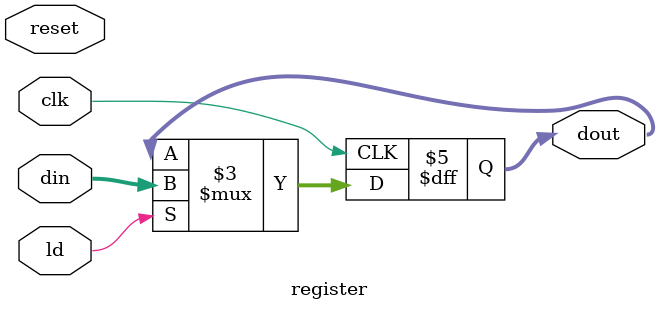
<source format=v>
module register (
input wire clk,reset,ld,
    input wire signed [31:0] din,
output reg signed [31:0] dout
);

    initial begin
            dout<=32'b0;
            end

always @(posedge clk)
    begin
       
         if(ld)
            dout<=din;
    end

endmodule
</source>
